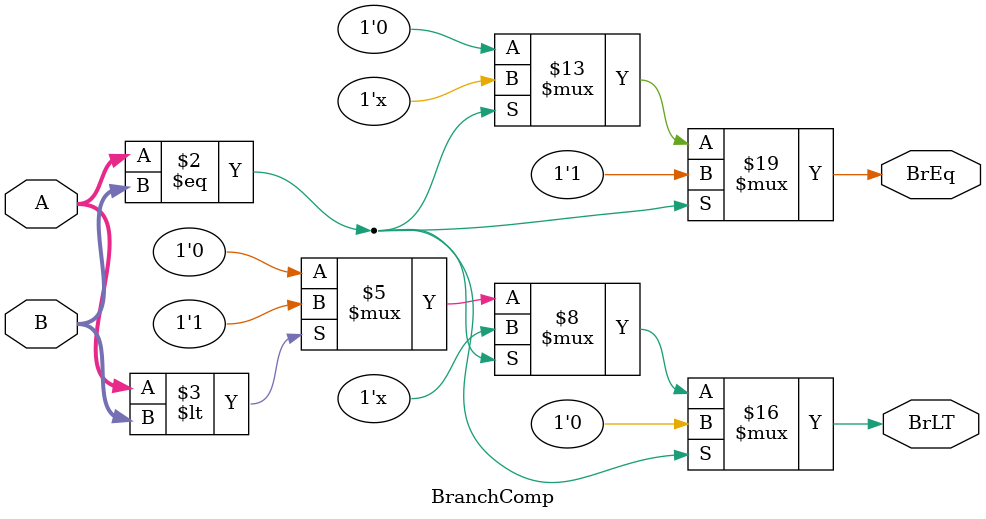
<source format=v>
module BranchComp (
    input signed [31:0] A,B,
    output reg BrEq, BrLT
);
// BranchComp compares two inputs and then outputs BrEq and BrLT based on the result.
// TODO: implement your BranchComp here
// Hint: you can use operator to implement
    always@(*)begin
        if(A == B) begin
            BrEq = 1;
            BrLT = 0;
        end else if(A < B) begin
            BrEq = 0;
            BrLT = 1;
        end else begin
            BrEq = 0;
            BrLT = 0;
        end
    end
endmodule

</source>
